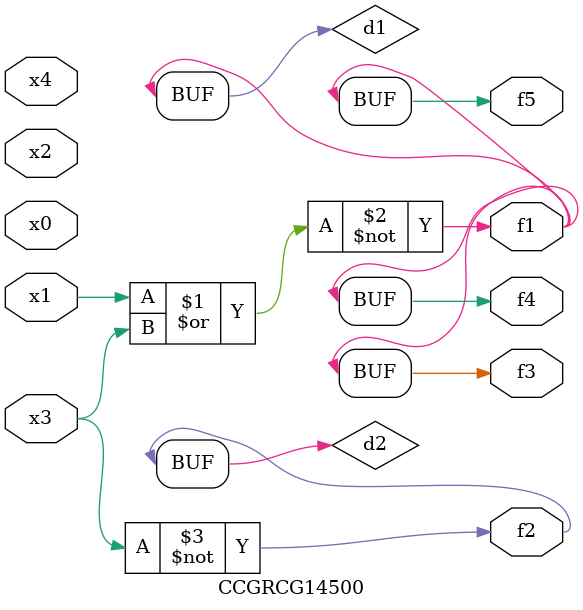
<source format=v>
module CCGRCG14500(
	input x0, x1, x2, x3, x4,
	output f1, f2, f3, f4, f5
);

	wire d1, d2;

	nor (d1, x1, x3);
	not (d2, x3);
	assign f1 = d1;
	assign f2 = d2;
	assign f3 = d1;
	assign f4 = d1;
	assign f5 = d1;
endmodule

</source>
